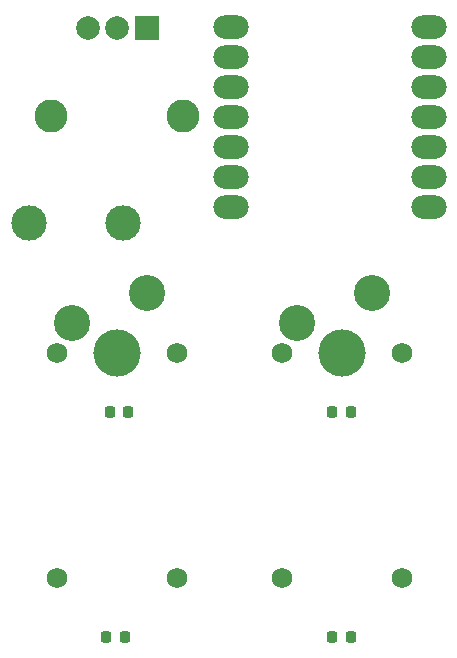
<source format=gts>
%TF.GenerationSoftware,KiCad,Pcbnew,(6.0.9)*%
%TF.CreationDate,2023-02-13T00:06:44-05:00*%
%TF.ProjectId,Tang,54616e67-2e6b-4696-9361-645f70636258,rev?*%
%TF.SameCoordinates,Original*%
%TF.FileFunction,Soldermask,Top*%
%TF.FilePolarity,Negative*%
%FSLAX46Y46*%
G04 Gerber Fmt 4.6, Leading zero omitted, Abs format (unit mm)*
G04 Created by KiCad (PCBNEW (6.0.9)) date 2023-02-13 00:06:44*
%MOMM*%
%LPD*%
G01*
G04 APERTURE LIST*
G04 Aperture macros list*
%AMRoundRect*
0 Rectangle with rounded corners*
0 $1 Rounding radius*
0 $2 $3 $4 $5 $6 $7 $8 $9 X,Y pos of 4 corners*
0 Add a 4 corners polygon primitive as box body*
4,1,4,$2,$3,$4,$5,$6,$7,$8,$9,$2,$3,0*
0 Add four circle primitives for the rounded corners*
1,1,$1+$1,$2,$3*
1,1,$1+$1,$4,$5*
1,1,$1+$1,$6,$7*
1,1,$1+$1,$8,$9*
0 Add four rect primitives between the rounded corners*
20,1,$1+$1,$2,$3,$4,$5,0*
20,1,$1+$1,$4,$5,$6,$7,0*
20,1,$1+$1,$6,$7,$8,$9,0*
20,1,$1+$1,$8,$9,$2,$3,0*%
G04 Aperture macros list end*
%ADD10RoundRect,0.218750X-0.218750X-0.256250X0.218750X-0.256250X0.218750X0.256250X-0.218750X0.256250X0*%
%ADD11R,2.000000X2.000000*%
%ADD12C,2.000000*%
%ADD13C,2.800000*%
%ADD14O,3.000000X2.000000*%
%ADD15C,1.750000*%
%ADD16C,3.050000*%
%ADD17C,4.000000*%
%ADD18C,3.000000*%
G04 APERTURE END LIST*
D10*
%TO.C,D2*%
X128712500Y-101000000D03*
X130287500Y-101000000D03*
%TD*%
%TO.C,D3*%
X109587500Y-120000000D03*
X111162500Y-120000000D03*
%TD*%
%TO.C,D4*%
X128712500Y-120000000D03*
X130287500Y-120000000D03*
%TD*%
D11*
%TO.C,SW3*%
X113000000Y-68450000D03*
D12*
X108000000Y-68450000D03*
X110500000Y-68450000D03*
D13*
X116100000Y-75950000D03*
X104900000Y-75950000D03*
%TD*%
D10*
%TO.C,D1*%
X109862500Y-101000000D03*
X111437500Y-101000000D03*
%TD*%
D14*
%TO.C,U1*%
X120118000Y-68380000D03*
X120118000Y-70920000D03*
X120118000Y-73460000D03*
X120118000Y-76000000D03*
X120118000Y-78540000D03*
X120118000Y-81080000D03*
X120118000Y-83620000D03*
X136882000Y-83620000D03*
X136882000Y-81080000D03*
X136882000Y-78540000D03*
X136882000Y-76000000D03*
X136882000Y-73460000D03*
X136882000Y-70920000D03*
X136882000Y-68380000D03*
%TD*%
D15*
%TO.C,SW1*%
X115580000Y-96000000D03*
D16*
X106690000Y-93460000D03*
D15*
X105420000Y-96000000D03*
D16*
X113040000Y-90920000D03*
D17*
X110500000Y-96000000D03*
%TD*%
D16*
%TO.C,SW2*%
X125690000Y-93460000D03*
D15*
X124420000Y-96000000D03*
D16*
X132040000Y-90920000D03*
D15*
X134580000Y-96000000D03*
D17*
X129500000Y-96000000D03*
%TD*%
D15*
%TO.C,U2*%
X115580000Y-115000000D03*
X105420000Y-115000000D03*
%TD*%
D18*
%TO.C,GND1*%
X103000000Y-85000000D03*
%TD*%
D15*
%TO.C,U3*%
X134580000Y-115000000D03*
X124420000Y-115000000D03*
%TD*%
D18*
%TO.C,3V3*%
X111000000Y-85000000D03*
%TD*%
M02*

</source>
